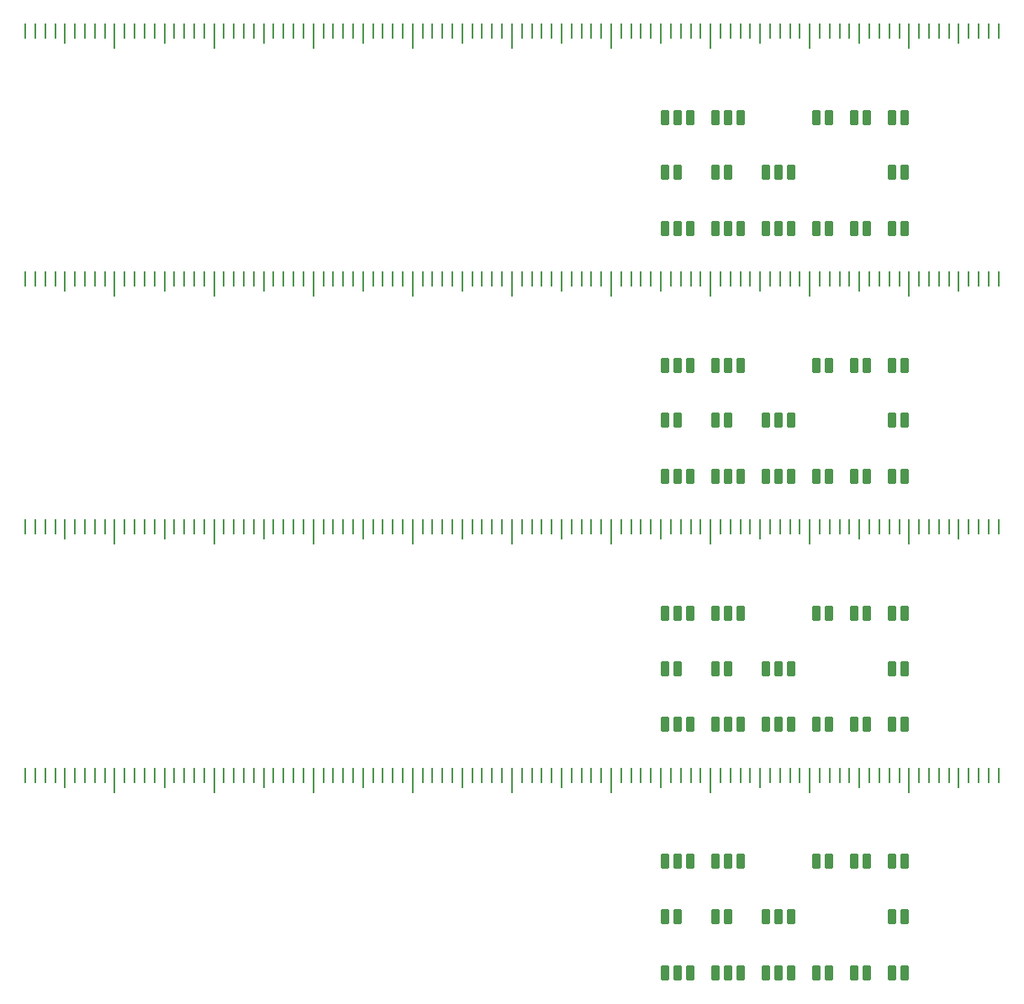
<source format=gtp>
%TF.GenerationSoftware,KiCad,Pcbnew,9.0.2*%
%TF.CreationDate,2025-10-23T19:24:45+09:00*%
%TF.ProjectId,simpleLogicCircuit.kicad_pcb_v1.4_4x1,73696d70-6c65-44c6-9f67-696343697263,rev?*%
%TF.SameCoordinates,Original*%
%TF.FileFunction,Paste,Top*%
%TF.FilePolarity,Positive*%
%FSLAX46Y46*%
G04 Gerber Fmt 4.6, Leading zero omitted, Abs format (unit mm)*
G04 Created by KiCad (PCBNEW 9.0.2) date 2025-10-23 19:24:45*
%MOMM*%
%LPD*%
G01*
G04 APERTURE LIST*
G04 Aperture macros list*
%AMRoundRect*
0 Rectangle with rounded corners*
0 $1 Rounding radius*
0 $2 $3 $4 $5 $6 $7 $8 $9 X,Y pos of 4 corners*
0 Add a 4 corners polygon primitive as box body*
4,1,4,$2,$3,$4,$5,$6,$7,$8,$9,$2,$3,0*
0 Add four circle primitives for the rounded corners*
1,1,$1+$1,$2,$3*
1,1,$1+$1,$4,$5*
1,1,$1+$1,$6,$7*
1,1,$1+$1,$8,$9*
0 Add four rect primitives between the rounded corners*
20,1,$1+$1,$2,$3,$4,$5,0*
20,1,$1+$1,$4,$5,$6,$7,0*
20,1,$1+$1,$6,$7,$8,$9,0*
20,1,$1+$1,$8,$9,$2,$3,0*%
G04 Aperture macros list end*
%ADD10RoundRect,0.225000X-0.225000X-0.525000X0.225000X-0.525000X0.225000X0.525000X-0.225000X0.525000X0*%
%ADD11RoundRect,0.050000X-0.050000X-0.700000X0.050000X-0.700000X0.050000X0.700000X-0.050000X0.700000X0*%
%ADD12RoundRect,0.050000X-0.050000X-0.950000X0.050000X-0.950000X0.050000X0.950000X-0.050000X0.950000X0*%
%ADD13RoundRect,0.050000X-0.050000X-1.200000X0.050000X-1.200000X0.050000X1.200000X-0.050000X1.200000X0*%
G04 APERTURE END LIST*
D10*
%TO.C,AND*%
X129985000Y-104552500D03*
X128715000Y-104552500D03*
X118555000Y-104552500D03*
X117285000Y-104552500D03*
X116015000Y-104552500D03*
X112205000Y-104552500D03*
X110935000Y-104552500D03*
X107125000Y-104552500D03*
X105855000Y-104552500D03*
%TD*%
%TO.C,XOR*%
X129985000Y-110200000D03*
X128715000Y-110200000D03*
X126175000Y-110200000D03*
X124905000Y-110200000D03*
X122365000Y-110200000D03*
X121095000Y-110200000D03*
X118555000Y-110200000D03*
X117285000Y-110200000D03*
X116015000Y-110200000D03*
X113475000Y-110200000D03*
X112205000Y-110200000D03*
X110935000Y-110200000D03*
X108395000Y-110200000D03*
X107125000Y-110200000D03*
X105855000Y-110200000D03*
%TD*%
D11*
%TO.C,REF\u002A\u002A*%
X139420000Y-90300000D03*
X129420000Y-90300000D03*
X119420000Y-90300000D03*
X109420000Y-90300000D03*
X99420000Y-90300000D03*
X89420000Y-90300000D03*
X79420000Y-90300000D03*
X69420000Y-90300000D03*
X59420000Y-90300000D03*
X49420000Y-90300000D03*
X138420000Y-90300000D03*
X128420000Y-90300000D03*
X118420000Y-90300000D03*
X108420000Y-90300000D03*
X98420000Y-90300000D03*
X88420000Y-90300000D03*
X78420000Y-90300000D03*
X68420000Y-90300000D03*
X58420000Y-90300000D03*
X48420000Y-90300000D03*
X137420000Y-90300000D03*
X127420000Y-90300000D03*
X117420000Y-90300000D03*
X107420000Y-90300000D03*
X97420000Y-90300000D03*
X87420000Y-90300000D03*
X77420000Y-90300000D03*
X67420000Y-90300000D03*
X57420000Y-90300000D03*
X47420000Y-90300000D03*
X136420000Y-90300000D03*
X126420000Y-90300000D03*
X116420000Y-90300000D03*
X106420000Y-90300000D03*
X96420000Y-90300000D03*
X86420000Y-90300000D03*
X76420000Y-90300000D03*
X66420000Y-90300000D03*
X56420000Y-90300000D03*
X46420000Y-90300000D03*
X131420000Y-90300000D03*
X121420000Y-90300000D03*
X111420000Y-90300000D03*
X101420000Y-90300000D03*
X91420000Y-90300000D03*
X81420000Y-90300000D03*
X71420000Y-90300000D03*
X61420000Y-90300000D03*
X51420000Y-90300000D03*
X41420000Y-90300000D03*
X132420000Y-90300000D03*
X122420000Y-90300000D03*
X112420000Y-90300000D03*
X102420000Y-90300000D03*
X92420000Y-90300000D03*
X82420000Y-90300000D03*
X72420000Y-90300000D03*
X62420000Y-90300000D03*
X52420000Y-90300000D03*
X42420000Y-90300000D03*
X133420000Y-90300000D03*
X123420000Y-90300000D03*
X113420000Y-90300000D03*
X103420000Y-90300000D03*
X93420000Y-90300000D03*
X83420000Y-90300000D03*
X73420000Y-90300000D03*
X63420000Y-90300000D03*
X53420000Y-90300000D03*
X43420000Y-90300000D03*
X134420000Y-90300000D03*
X124420000Y-90300000D03*
X114420000Y-90300000D03*
X104420000Y-90300000D03*
X94420000Y-90300000D03*
X84420000Y-90300000D03*
X74420000Y-90300000D03*
X64420000Y-90300000D03*
X54420000Y-90300000D03*
X44420000Y-90300000D03*
D12*
X135420000Y-90550000D03*
X125420000Y-90550000D03*
X115420000Y-90550000D03*
X105420000Y-90550000D03*
X95420000Y-90550000D03*
X85420000Y-90550000D03*
X75420000Y-90550000D03*
X65420000Y-90550000D03*
X55420000Y-90550000D03*
X45420000Y-90550000D03*
D13*
X130420000Y-90800000D03*
X120420000Y-90800000D03*
X110420000Y-90800000D03*
X100420000Y-90800000D03*
X90420000Y-90800000D03*
X80420000Y-90800000D03*
X70420000Y-90800000D03*
X60420000Y-90800000D03*
X50420000Y-90800000D03*
%TD*%
D10*
%TO.C,OR*%
X129985000Y-99000000D03*
X128715000Y-99000000D03*
X126175000Y-99000000D03*
X124905000Y-99000000D03*
X122365000Y-99000000D03*
X121095000Y-99000000D03*
X113475000Y-99000000D03*
X112205000Y-99000000D03*
X110935000Y-99000000D03*
X108395000Y-99000000D03*
X107125000Y-99000000D03*
X105855000Y-99000000D03*
%TD*%
%TO.C,AND*%
X129985000Y-79552500D03*
X128715000Y-79552500D03*
X118555000Y-79552500D03*
X117285000Y-79552500D03*
X116015000Y-79552500D03*
X112205000Y-79552500D03*
X110935000Y-79552500D03*
X107125000Y-79552500D03*
X105855000Y-79552500D03*
%TD*%
%TO.C,XOR*%
X129985000Y-85200000D03*
X128715000Y-85200000D03*
X126175000Y-85200000D03*
X124905000Y-85200000D03*
X122365000Y-85200000D03*
X121095000Y-85200000D03*
X118555000Y-85200000D03*
X117285000Y-85200000D03*
X116015000Y-85200000D03*
X113475000Y-85200000D03*
X112205000Y-85200000D03*
X110935000Y-85200000D03*
X108395000Y-85200000D03*
X107125000Y-85200000D03*
X105855000Y-85200000D03*
%TD*%
D11*
%TO.C,REF\u002A\u002A*%
X139420000Y-65300000D03*
X129420000Y-65300000D03*
X119420000Y-65300000D03*
X109420000Y-65300000D03*
X99420000Y-65300000D03*
X89420000Y-65300000D03*
X79420000Y-65300000D03*
X69420000Y-65300000D03*
X59420000Y-65300000D03*
X49420000Y-65300000D03*
X138420000Y-65300000D03*
X128420000Y-65300000D03*
X118420000Y-65300000D03*
X108420000Y-65300000D03*
X98420000Y-65300000D03*
X88420000Y-65300000D03*
X78420000Y-65300000D03*
X68420000Y-65300000D03*
X58420000Y-65300000D03*
X48420000Y-65300000D03*
X137420000Y-65300000D03*
X127420000Y-65300000D03*
X117420000Y-65300000D03*
X107420000Y-65300000D03*
X97420000Y-65300000D03*
X87420000Y-65300000D03*
X77420000Y-65300000D03*
X67420000Y-65300000D03*
X57420000Y-65300000D03*
X47420000Y-65300000D03*
X136420000Y-65300000D03*
X126420000Y-65300000D03*
X116420000Y-65300000D03*
X106420000Y-65300000D03*
X96420000Y-65300000D03*
X86420000Y-65300000D03*
X76420000Y-65300000D03*
X66420000Y-65300000D03*
X56420000Y-65300000D03*
X46420000Y-65300000D03*
X131420000Y-65300000D03*
X121420000Y-65300000D03*
X111420000Y-65300000D03*
X101420000Y-65300000D03*
X91420000Y-65300000D03*
X81420000Y-65300000D03*
X71420000Y-65300000D03*
X61420000Y-65300000D03*
X51420000Y-65300000D03*
X41420000Y-65300000D03*
X132420000Y-65300000D03*
X122420000Y-65300000D03*
X112420000Y-65300000D03*
X102420000Y-65300000D03*
X92420000Y-65300000D03*
X82420000Y-65300000D03*
X72420000Y-65300000D03*
X62420000Y-65300000D03*
X52420000Y-65300000D03*
X42420000Y-65300000D03*
X133420000Y-65300000D03*
X123420000Y-65300000D03*
X113420000Y-65300000D03*
X103420000Y-65300000D03*
X93420000Y-65300000D03*
X83420000Y-65300000D03*
X73420000Y-65300000D03*
X63420000Y-65300000D03*
X53420000Y-65300000D03*
X43420000Y-65300000D03*
X134420000Y-65300000D03*
X124420000Y-65300000D03*
X114420000Y-65300000D03*
X104420000Y-65300000D03*
X94420000Y-65300000D03*
X84420000Y-65300000D03*
X74420000Y-65300000D03*
X64420000Y-65300000D03*
X54420000Y-65300000D03*
X44420000Y-65300000D03*
D12*
X135420000Y-65550000D03*
X125420000Y-65550000D03*
X115420000Y-65550000D03*
X105420000Y-65550000D03*
X95420000Y-65550000D03*
X85420000Y-65550000D03*
X75420000Y-65550000D03*
X65420000Y-65550000D03*
X55420000Y-65550000D03*
X45420000Y-65550000D03*
D13*
X130420000Y-65800000D03*
X120420000Y-65800000D03*
X110420000Y-65800000D03*
X100420000Y-65800000D03*
X90420000Y-65800000D03*
X80420000Y-65800000D03*
X70420000Y-65800000D03*
X60420000Y-65800000D03*
X50420000Y-65800000D03*
%TD*%
D10*
%TO.C,OR*%
X129985000Y-74000000D03*
X128715000Y-74000000D03*
X126175000Y-74000000D03*
X124905000Y-74000000D03*
X122365000Y-74000000D03*
X121095000Y-74000000D03*
X113475000Y-74000000D03*
X112205000Y-74000000D03*
X110935000Y-74000000D03*
X108395000Y-74000000D03*
X107125000Y-74000000D03*
X105855000Y-74000000D03*
%TD*%
%TO.C,AND*%
X129985000Y-54552500D03*
X128715000Y-54552500D03*
X118555000Y-54552500D03*
X117285000Y-54552500D03*
X116015000Y-54552500D03*
X112205000Y-54552500D03*
X110935000Y-54552500D03*
X107125000Y-54552500D03*
X105855000Y-54552500D03*
%TD*%
%TO.C,XOR*%
X129985000Y-60200000D03*
X128715000Y-60200000D03*
X126175000Y-60200000D03*
X124905000Y-60200000D03*
X122365000Y-60200000D03*
X121095000Y-60200000D03*
X118555000Y-60200000D03*
X117285000Y-60200000D03*
X116015000Y-60200000D03*
X113475000Y-60200000D03*
X112205000Y-60200000D03*
X110935000Y-60200000D03*
X108395000Y-60200000D03*
X107125000Y-60200000D03*
X105855000Y-60200000D03*
%TD*%
D11*
%TO.C,REF\u002A\u002A*%
X139420000Y-40300000D03*
X129420000Y-40300000D03*
X119420000Y-40300000D03*
X109420000Y-40300000D03*
X99420000Y-40300000D03*
X89420000Y-40300000D03*
X79420000Y-40300000D03*
X69420000Y-40300000D03*
X59420000Y-40300000D03*
X49420000Y-40300000D03*
X138420000Y-40300000D03*
X128420000Y-40300000D03*
X118420000Y-40300000D03*
X108420000Y-40300000D03*
X98420000Y-40300000D03*
X88420000Y-40300000D03*
X78420000Y-40300000D03*
X68420000Y-40300000D03*
X58420000Y-40300000D03*
X48420000Y-40300000D03*
X137420000Y-40300000D03*
X127420000Y-40300000D03*
X117420000Y-40300000D03*
X107420000Y-40300000D03*
X97420000Y-40300000D03*
X87420000Y-40300000D03*
X77420000Y-40300000D03*
X67420000Y-40300000D03*
X57420000Y-40300000D03*
X47420000Y-40300000D03*
X136420000Y-40300000D03*
X126420000Y-40300000D03*
X116420000Y-40300000D03*
X106420000Y-40300000D03*
X96420000Y-40300000D03*
X86420000Y-40300000D03*
X76420000Y-40300000D03*
X66420000Y-40300000D03*
X56420000Y-40300000D03*
X46420000Y-40300000D03*
X131420000Y-40300000D03*
X121420000Y-40300000D03*
X111420000Y-40300000D03*
X101420000Y-40300000D03*
X91420000Y-40300000D03*
X81420000Y-40300000D03*
X71420000Y-40300000D03*
X61420000Y-40300000D03*
X51420000Y-40300000D03*
X41420000Y-40300000D03*
X132420000Y-40300000D03*
X122420000Y-40300000D03*
X112420000Y-40300000D03*
X102420000Y-40300000D03*
X92420000Y-40300000D03*
X82420000Y-40300000D03*
X72420000Y-40300000D03*
X62420000Y-40300000D03*
X52420000Y-40300000D03*
X42420000Y-40300000D03*
X133420000Y-40300000D03*
X123420000Y-40300000D03*
X113420000Y-40300000D03*
X103420000Y-40300000D03*
X93420000Y-40300000D03*
X83420000Y-40300000D03*
X73420000Y-40300000D03*
X63420000Y-40300000D03*
X53420000Y-40300000D03*
X43420000Y-40300000D03*
X134420000Y-40300000D03*
X124420000Y-40300000D03*
X114420000Y-40300000D03*
X104420000Y-40300000D03*
X94420000Y-40300000D03*
X84420000Y-40300000D03*
X74420000Y-40300000D03*
X64420000Y-40300000D03*
X54420000Y-40300000D03*
X44420000Y-40300000D03*
D12*
X135420000Y-40550000D03*
X125420000Y-40550000D03*
X115420000Y-40550000D03*
X105420000Y-40550000D03*
X95420000Y-40550000D03*
X85420000Y-40550000D03*
X75420000Y-40550000D03*
X65420000Y-40550000D03*
X55420000Y-40550000D03*
X45420000Y-40550000D03*
D13*
X130420000Y-40800000D03*
X120420000Y-40800000D03*
X110420000Y-40800000D03*
X100420000Y-40800000D03*
X90420000Y-40800000D03*
X80420000Y-40800000D03*
X70420000Y-40800000D03*
X60420000Y-40800000D03*
X50420000Y-40800000D03*
%TD*%
D10*
%TO.C,OR*%
X129985000Y-49000000D03*
X128715000Y-49000000D03*
X126175000Y-49000000D03*
X124905000Y-49000000D03*
X122365000Y-49000000D03*
X121095000Y-49000000D03*
X113475000Y-49000000D03*
X112205000Y-49000000D03*
X110935000Y-49000000D03*
X108395000Y-49000000D03*
X107125000Y-49000000D03*
X105855000Y-49000000D03*
%TD*%
%TO.C,OR*%
X129985000Y-124000000D03*
X128715000Y-124000000D03*
X126175000Y-124000000D03*
X124905000Y-124000000D03*
X122365000Y-124000000D03*
X121095000Y-124000000D03*
X113475000Y-124000000D03*
X112205000Y-124000000D03*
X110935000Y-124000000D03*
X108395000Y-124000000D03*
X107125000Y-124000000D03*
X105855000Y-124000000D03*
%TD*%
D11*
%TO.C,REF\u002A\u002A*%
X139420000Y-115300000D03*
X129420000Y-115300000D03*
X119420000Y-115300000D03*
X109420000Y-115300000D03*
X99420000Y-115300000D03*
X89420000Y-115300000D03*
X79420000Y-115300000D03*
X69420000Y-115300000D03*
X59420000Y-115300000D03*
X49420000Y-115300000D03*
X138420000Y-115300000D03*
X128420000Y-115300000D03*
X118420000Y-115300000D03*
X108420000Y-115300000D03*
X98420000Y-115300000D03*
X88420000Y-115300000D03*
X78420000Y-115300000D03*
X68420000Y-115300000D03*
X58420000Y-115300000D03*
X48420000Y-115300000D03*
X137420000Y-115300000D03*
X127420000Y-115300000D03*
X117420000Y-115300000D03*
X107420000Y-115300000D03*
X97420000Y-115300000D03*
X87420000Y-115300000D03*
X77420000Y-115300000D03*
X67420000Y-115300000D03*
X57420000Y-115300000D03*
X47420000Y-115300000D03*
X136420000Y-115300000D03*
X126420000Y-115300000D03*
X116420000Y-115300000D03*
X106420000Y-115300000D03*
X96420000Y-115300000D03*
X86420000Y-115300000D03*
X76420000Y-115300000D03*
X66420000Y-115300000D03*
X56420000Y-115300000D03*
X46420000Y-115300000D03*
X131420000Y-115300000D03*
X121420000Y-115300000D03*
X111420000Y-115300000D03*
X101420000Y-115300000D03*
X91420000Y-115300000D03*
X81420000Y-115300000D03*
X71420000Y-115300000D03*
X61420000Y-115300000D03*
X51420000Y-115300000D03*
X41420000Y-115300000D03*
X132420000Y-115300000D03*
X122420000Y-115300000D03*
X112420000Y-115300000D03*
X102420000Y-115300000D03*
X92420000Y-115300000D03*
X82420000Y-115300000D03*
X72420000Y-115300000D03*
X62420000Y-115300000D03*
X52420000Y-115300000D03*
X42420000Y-115300000D03*
X133420000Y-115300000D03*
X123420000Y-115300000D03*
X113420000Y-115300000D03*
X103420000Y-115300000D03*
X93420000Y-115300000D03*
X83420000Y-115300000D03*
X73420000Y-115300000D03*
X63420000Y-115300000D03*
X53420000Y-115300000D03*
X43420000Y-115300000D03*
X134420000Y-115300000D03*
X124420000Y-115300000D03*
X114420000Y-115300000D03*
X104420000Y-115300000D03*
X94420000Y-115300000D03*
X84420000Y-115300000D03*
X74420000Y-115300000D03*
X64420000Y-115300000D03*
X54420000Y-115300000D03*
X44420000Y-115300000D03*
D12*
X135420000Y-115550000D03*
X125420000Y-115550000D03*
X115420000Y-115550000D03*
X105420000Y-115550000D03*
X95420000Y-115550000D03*
X85420000Y-115550000D03*
X75420000Y-115550000D03*
X65420000Y-115550000D03*
X55420000Y-115550000D03*
X45420000Y-115550000D03*
D13*
X130420000Y-115800000D03*
X120420000Y-115800000D03*
X110420000Y-115800000D03*
X100420000Y-115800000D03*
X90420000Y-115800000D03*
X80420000Y-115800000D03*
X70420000Y-115800000D03*
X60420000Y-115800000D03*
X50420000Y-115800000D03*
%TD*%
D10*
%TO.C,XOR*%
X129985000Y-135200000D03*
X128715000Y-135200000D03*
X126175000Y-135200000D03*
X124905000Y-135200000D03*
X122365000Y-135200000D03*
X121095000Y-135200000D03*
X118555000Y-135200000D03*
X117285000Y-135200000D03*
X116015000Y-135200000D03*
X113475000Y-135200000D03*
X112205000Y-135200000D03*
X110935000Y-135200000D03*
X108395000Y-135200000D03*
X107125000Y-135200000D03*
X105855000Y-135200000D03*
%TD*%
%TO.C,AND*%
X129985000Y-129552500D03*
X128715000Y-129552500D03*
X118555000Y-129552500D03*
X117285000Y-129552500D03*
X116015000Y-129552500D03*
X112205000Y-129552500D03*
X110935000Y-129552500D03*
X107125000Y-129552500D03*
X105855000Y-129552500D03*
%TD*%
M02*

</source>
